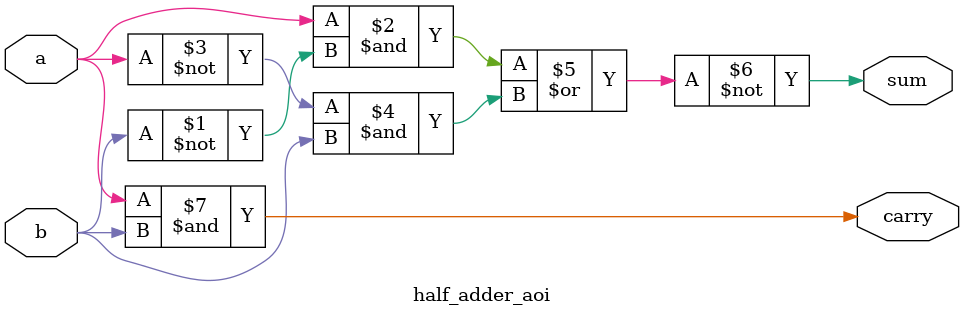
<source format=v>
module half_adder_aoi (
    input wire a,
    input wire b,
    output wire sum,
    output wire carry
);

assign sum = ~((a & ~b) | (~a & b)); // XOR using AOI
assign carry = a & b; // AND for carry

endmodule

</source>
